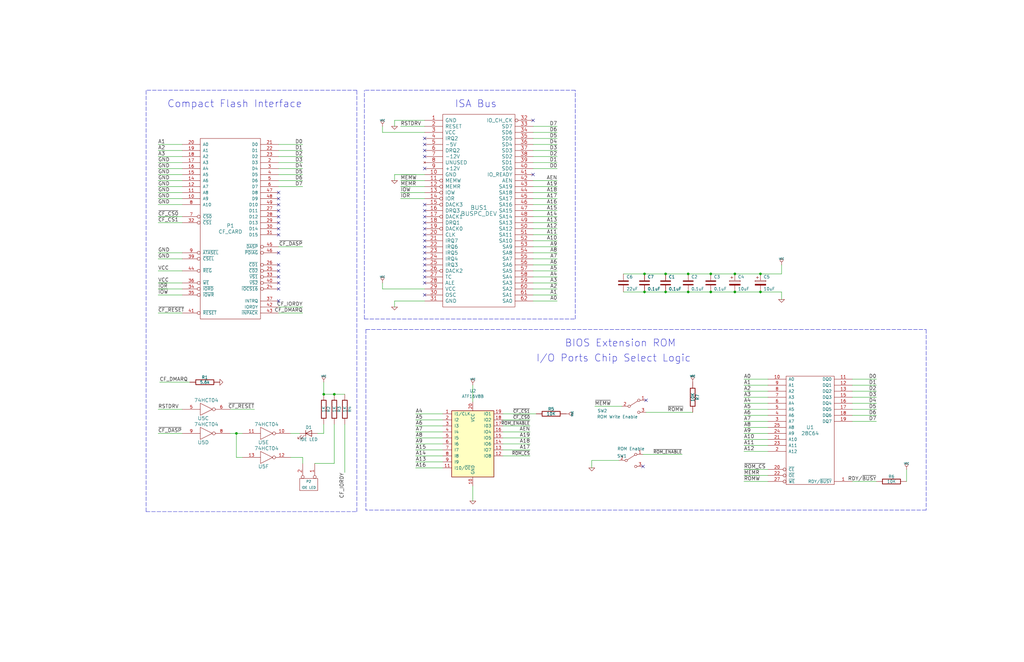
<source format=kicad_sch>
(kicad_sch (version 20211123) (generator eeschema)
  (paper "User" 431.8 279.4)
  (title_block (title "MicroXTCF ISA 8 bits (PCXT)") (date "2021-03-14") (rev "1.1") (company "Aitor Gómez García") (comment 2 "GNU Free Documentation License (GFDL)") (comment 3 "Based on https://github.com/monotech/monotech_xt-cf-mini") (comment 4 "Modified from Monotech-PC's design"))
  (lib_symbols
    (symbol "Micro-XTCF-rescue:28C64-xt-cf-rescue-xt-cf-mini-rescue" (pin_names (offset 1.016))
      (property "Reference" "U" (at 0 1.27 0))
      (property "Value" "28C64-xt-cf-rescue-xt-cf-mini-rescue" (at 0 -1.27 0))
      (symbol "28C64-xt-cf-rescue-xt-cf-mini-rescue_0_1"
        (rectangle (start 10.16 -22.86) (end -10.16 22.86))
      )
      (symbol "28C64-xt-cf-rescue-xt-cf-mini-rescue_1_1"
        (pin output line (at 17.78 -21.59 180) (length 7.62) (name "RDY/~{BUSY}") (number "1"))
        (pin input line (at -17.78 21.59 0) (length 7.62) (name "A0") (number "10"))
        (pin bidirectional line (at 17.78 21.59 180) (length 7.62) (name "DQ0") (number "11"))
        (pin bidirectional line (at 17.78 19.05 180) (length 7.62) (name "DQ1") (number "12"))
        (pin bidirectional line (at 17.78 16.51 180) (length 7.62) (name "DQ2") (number "13"))
        (pin power_in line (at 0 -22.86 90) (length 0) hide (name "GND") (number "14"))
        (pin bidirectional line (at 17.78 13.97 180) (length 7.62) (name "DQ3") (number "15"))
        (pin bidirectional line (at 17.78 11.43 180) (length 7.62) (name "DQ4") (number "16"))
        (pin bidirectional line (at 17.78 8.89 180) (length 7.62) (name "DQ5") (number "17"))
        (pin bidirectional line (at 17.78 6.35 180) (length 7.62) (name "DQ6") (number "18"))
        (pin bidirectional line (at 17.78 3.81 180) (length 7.62) (name "DQ7") (number "19"))
        (pin input line (at -17.78 -8.89 0) (length 7.62) (name "A12") (number "2"))
        (pin input inverted (at -17.78 -16.51 0) (length 7.62) (name "~{CE}") (number "20"))
        (pin input line (at -17.78 -3.81 0) (length 7.62) (name "A10") (number "21"))
        (pin input inverted (at -17.78 -19.05 0) (length 7.62) (name "~{OE}") (number "22"))
        (pin input line (at -17.78 -6.35 0) (length 7.62) (name "A11") (number "23"))
        (pin input line (at -17.78 -1.27 0) (length 7.62) (name "A9") (number "24"))
        (pin input line (at -17.78 1.27 0) (length 7.62) (name "A8") (number "25"))
        (pin no_connect line (at 10.16 -19.05 180) (length 0) hide (name "NC") (number "26"))
        (pin input inverted (at -17.78 -21.59 0) (length 7.62) (name "~{WE}") (number "27"))
        (pin power_in line (at 0 22.86 270) (length 0) hide (name "VCC") (number "28"))
        (pin input line (at -17.78 3.81 0) (length 7.62) (name "A7") (number "3"))
        (pin input line (at -17.78 6.35 0) (length 7.62) (name "A6") (number "4"))
        (pin input line (at -17.78 8.89 0) (length 7.62) (name "A5") (number "5"))
        (pin input line (at -17.78 11.43 0) (length 7.62) (name "A4") (number "6"))
        (pin input line (at -17.78 13.97 0) (length 7.62) (name "A3") (number "7"))
        (pin input line (at -17.78 16.51 0) (length 7.62) (name "A2") (number "8"))
        (pin input line (at -17.78 19.05 0) (length 7.62) (name "A1") (number "9"))
      )
    )
    (symbol "Micro-XTCF-rescue:74LS04-xt-cf-rescue-xt-cf-mini-rescue" (pin_names (offset 0.762))
      (property "Reference" "U" (at -1.27 -3.81 0))
      (property "Value" "74LS04-xt-cf-rescue-xt-cf-mini-rescue" (at 0 3.81 0))
      (symbol "74LS04-xt-cf-rescue-xt-cf-mini-rescue_0_0"
        (pin power_in line (at -2.54 2.54 90) (length 0) hide (name "VCC") (number "14"))
        (pin power_in line (at -2.54 -2.54 90) (length 0) hide (name "GND") (number "7"))
      )
      (symbol "74LS04-xt-cf-rescue-xt-cf-mini-rescue_0_1"
        (polyline (pts (xy -2.54 2.54) (xy -2.54 -2.54) (xy 2.54 0) (xy -2.54 2.54) (xy -2.54 2.54)))
      )
      (symbol "74LS04-xt-cf-rescue-xt-cf-mini-rescue_0_2"
        (polyline (pts (xy -2.54 -2.54) (xy -2.54 2.54) (xy 2.54 0) (xy -2.54 -2.54) (xy -2.54 -2.54)))
      )
      (symbol "74LS04-xt-cf-rescue-xt-cf-mini-rescue_1_1"
        (pin input line (at -10.16 0 0) (length 7.62) (name "~") (number "1"))
        (pin output inverted (at 10.16 0 180) (length 7.62) (name "~") (number "2"))
      )
      (symbol "74LS04-xt-cf-rescue-xt-cf-mini-rescue_1_2"
        (pin input inverted (at -10.16 0 0) (length 7.62) (name "~") (number "1"))
        (pin output line (at 10.16 0 180) (length 7.62) (name "~") (number "2"))
      )
      (symbol "74LS04-xt-cf-rescue-xt-cf-mini-rescue_2_1"
        (pin input line (at -10.16 0 0) (length 7.62) (name "~") (number "3"))
        (pin output inverted (at 10.16 0 180) (length 7.62) (name "~") (number "4"))
      )
      (symbol "74LS04-xt-cf-rescue-xt-cf-mini-rescue_2_2"
        (pin input inverted (at -10.16 0 0) (length 7.62) (name "~") (number "3"))
        (pin output line (at 10.16 0 180) (length 7.62) (name "~") (number "4"))
      )
      (symbol "74LS04-xt-cf-rescue-xt-cf-mini-rescue_3_1"
        (pin input line (at -10.16 0 0) (length 7.62) (name "~") (number "5"))
        (pin output inverted (at 10.16 0 180) (length 7.62) (name "~") (number "6"))
      )
      (symbol "74LS04-xt-cf-rescue-xt-cf-mini-rescue_3_2"
        (pin input inverted (at -10.16 0 0) (length 7.62) (name "~") (number "5"))
        (pin output line (at 10.16 0 180) (length 7.62) (name "~") (number "6"))
      )
      (symbol "74LS04-xt-cf-rescue-xt-cf-mini-rescue_4_1"
        (pin output inverted (at 10.16 0 180) (length 7.62) (name "~") (number "8"))
        (pin input line (at -10.16 0 0) (length 7.62) (name "~") (number "9"))
      )
      (symbol "74LS04-xt-cf-rescue-xt-cf-mini-rescue_4_2"
        (pin output line (at 10.16 0 180) (length 7.62) (name "~") (number "8"))
        (pin input inverted (at -10.16 0 0) (length 7.62) (name "~") (number "9"))
      )
      (symbol "74LS04-xt-cf-rescue-xt-cf-mini-rescue_5_1"
        (pin output inverted (at 10.16 0 180) (length 7.62) (name "~") (number "10"))
        (pin input line (at -10.16 0 0) (length 7.62) (name "~") (number "11"))
      )
      (symbol "74LS04-xt-cf-rescue-xt-cf-mini-rescue_5_2"
        (pin output line (at 10.16 0 180) (length 7.62) (name "~") (number "10"))
        (pin input inverted (at -10.16 0 0) (length 7.62) (name "~") (number "11"))
      )
      (symbol "74LS04-xt-cf-rescue-xt-cf-mini-rescue_6_1"
        (pin output inverted (at 10.16 0 180) (length 7.62) (name "~") (number "12"))
        (pin input line (at -10.16 0 0) (length 7.62) (name "~") (number "13"))
      )
      (symbol "74LS04-xt-cf-rescue-xt-cf-mini-rescue_6_2"
        (pin output line (at 10.16 0 180) (length 7.62) (name "~") (number "12"))
        (pin input inverted (at -10.16 0 0) (length 7.62) (name "~") (number "13"))
      )
    )
    (symbol "Micro-XTCF-rescue:BUSPC_DEV-xt-cf-rescue-xt-cf-mini-rescue" (pin_names (offset 1.016))
      (property "Reference" "BUS" (at 0 1.27 0))
      (property "Value" "BUSPC_DEV-xt-cf-rescue-xt-cf-mini-rescue" (at 0 -1.27 0))
      (symbol "BUSPC_DEV-xt-cf-rescue-xt-cf-mini-rescue_0_1"
        (rectangle (start -15.24 -40.64) (end 15.24 40.64))
      )
      (symbol "BUSPC_DEV-xt-cf-rescue-xt-cf-mini-rescue_1_1"
        (pin power_out line (at -22.86 38.1 0) (length 7.62) (name "GND") (number "1"))
        (pin power_in line (at -22.86 15.24 0) (length 7.62) (name "GND") (number "10"))
        (pin output inverted (at -22.86 12.7 0) (length 7.62) (name "MEMW") (number "11"))
        (pin output inverted (at -22.86 10.16 0) (length 7.62) (name "MEMR") (number "12"))
        (pin output inverted (at -22.86 7.62 0) (length 7.62) (name "IOW") (number "13"))
        (pin output inverted (at -22.86 5.08 0) (length 7.62) (name "IOR") (number "14"))
        (pin output inverted (at -22.86 2.54 0) (length 7.62) (name "DACK3") (number "15"))
        (pin input line (at -22.86 0 0) (length 7.62) (name "DRQ3") (number "16"))
        (pin output inverted (at -22.86 -2.54 0) (length 7.62) (name "DACK1") (number "17"))
        (pin input line (at -22.86 -5.08 0) (length 7.62) (name "DRQ1") (number "18"))
        (pin output inverted (at -22.86 -7.62 0) (length 7.62) (name "DACK0") (number "19"))
        (pin output line (at -22.86 35.56 0) (length 7.62) (name "RESET") (number "2"))
        (pin output line (at -22.86 -10.16 0) (length 7.62) (name "CLK") (number "20"))
        (pin input line (at -22.86 -12.7 0) (length 7.62) (name "IRQ7") (number "21"))
        (pin input line (at -22.86 -15.24 0) (length 7.62) (name "IRQ6") (number "22"))
        (pin input line (at -22.86 -17.78 0) (length 7.62) (name "IRQ5") (number "23"))
        (pin input line (at -22.86 -20.32 0) (length 7.62) (name "IRQ4") (number "24"))
        (pin input line (at -22.86 -22.86 0) (length 7.62) (name "IRQ3") (number "25"))
        (pin output inverted (at -22.86 -25.4 0) (length 7.62) (name "DACK2") (number "26"))
        (pin output line (at -22.86 -27.94 0) (length 7.62) (name "TC") (number "27"))
        (pin output line (at -22.86 -30.48 0) (length 7.62) (name "ALE") (number "28"))
        (pin power_in line (at -22.86 -33.02 0) (length 7.62) (name "VCC") (number "29"))
        (pin power_out line (at -22.86 33.02 0) (length 7.62) (name "VCC") (number "3"))
        (pin output line (at -22.86 -35.56 0) (length 7.62) (name "OSC") (number "30"))
        (pin power_in line (at -22.86 -38.1 0) (length 7.62) (name "GND") (number "31"))
        (pin input inverted (at 22.86 38.1 180) (length 7.62) (name "IO_CH_CK") (number "32"))
        (pin bidirectional line (at 22.86 35.56 180) (length 7.62) (name "SD7") (number "33"))
        (pin bidirectional line (at 22.86 33.02 180) (length 7.62) (name "SD6") (number "34"))
        (pin bidirectional line (at 22.86 30.48 180) (length 7.62) (name "SD5") (number "35"))
        (pin bidirectional line (at 22.86 27.94 180) (length 7.62) (name "SD4") (number "36"))
        (pin bidirectional line (at 22.86 25.4 180) (length 7.62) (name "SD3") (number "37"))
        (pin bidirectional line (at 22.86 22.86 180) (length 7.62) (name "SD2") (number "38"))
        (pin bidirectional line (at 22.86 20.32 180) (length 7.62) (name "SD1") (number "39"))
        (pin input line (at -22.86 30.48 0) (length 7.62) (name "IRQ2") (number "4"))
        (pin bidirectional line (at 22.86 17.78 180) (length 7.62) (name "SD0") (number "40"))
        (pin input line (at 22.86 15.24 180) (length 7.62) (name "IO_READY") (number "41"))
        (pin output line (at 22.86 12.7 180) (length 7.62) (name "AEN") (number "42"))
        (pin output line (at 22.86 10.16 180) (length 7.62) (name "SA19") (number "43"))
        (pin output line (at 22.86 7.62 180) (length 7.62) (name "SA18") (number "44"))
        (pin output line (at 22.86 5.08 180) (length 7.62) (name "SA17") (number "45"))
        (pin output line (at 22.86 2.54 180) (length 7.62) (name "SA16") (number "46"))
        (pin output line (at 22.86 0 180) (length 7.62) (name "SA15") (number "47"))
        (pin output line (at 22.86 -2.54 180) (length 7.62) (name "SA14") (number "48"))
        (pin output line (at 22.86 -5.08 180) (length 7.62) (name "SA13") (number "49"))
        (pin power_out line (at -22.86 27.94 0) (length 7.62) (name "-5V") (number "5"))
        (pin output line (at 22.86 -7.62 180) (length 7.62) (name "SA12") (number "50"))
        (pin output line (at 22.86 -10.16 180) (length 7.62) (name "SA11") (number "51"))
        (pin output line (at 22.86 -12.7 180) (length 7.62) (name "SA10") (number "52"))
        (pin output line (at 22.86 -15.24 180) (length 7.62) (name "SA9") (number "53"))
        (pin output line (at 22.86 -17.78 180) (length 7.62) (name "SA8") (number "54"))
        (pin output line (at 22.86 -20.32 180) (length 7.62) (name "SA7") (number "55"))
        (pin output line (at 22.86 -22.86 180) (length 7.62) (name "SA6") (number "56"))
        (pin output line (at 22.86 -25.4 180) (length 7.62) (name "SA5") (number "57"))
        (pin output line (at 22.86 -27.94 180) (length 7.62) (name "SA4") (number "58"))
        (pin output line (at 22.86 -30.48 180) (length 7.62) (name "SA3") (number "59"))
        (pin input line (at -22.86 25.4 0) (length 7.62) (name "DRQ2") (number "6"))
        (pin output line (at 22.86 -33.02 180) (length 7.62) (name "SA2") (number "60"))
        (pin output line (at 22.86 -35.56 180) (length 7.62) (name "SA1") (number "61"))
        (pin output line (at 22.86 -38.1 180) (length 7.62) (name "SA0") (number "62"))
        (pin power_out line (at -22.86 22.86 0) (length 7.62) (name "-12V") (number "7"))
        (pin no_connect line (at -22.86 20.32 0) (length 7.62) (name "UNUSED") (number "8"))
        (pin power_out line (at -22.86 17.78 0) (length 7.62) (name "+12V") (number "9"))
      )
    )
    (symbol "Micro-XTCF-rescue:C-Device-xt-cf-mini-rescue" (pin_numbers hide) (pin_names (offset 0.254))
      (property "Reference" "C" (at 0.635 2.54 0))
      (property "Value" "C-Device-xt-cf-mini-rescue" (at 0.635 -2.54 0))
      (symbol "C-Device-xt-cf-mini-rescue_0_1"
        (polyline (pts (xy -2.032 -0.762) (xy 2.032 -0.762)) (stroke (width 0.508)))
        (polyline (pts (xy -2.032 0.762) (xy 2.032 0.762)) (stroke (width 0.508)))
      )
      (symbol "C-Device-xt-cf-mini-rescue_1_1"
        (pin passive line (at 0 3.81 270) (length 2.794) (name "~") (number "1"))
        (pin passive line (at 0 -3.81 90) (length 2.794) (name "~") (number "2"))
      )
    )
    (symbol "Micro-XTCF-rescue:CF_CARD-xt-cf-rescue-xt-cf-mini-rescue" (pin_names (offset 1.016))
      (property "Reference" "P" (at 0 1.27 0))
      (property "Value" "CF_CARD-xt-cf-rescue-xt-cf-mini-rescue" (at 0 -1.27 0))
      (symbol "CF_CARD-xt-cf-rescue-xt-cf-mini-rescue_0_1"
        (rectangle (start -12.7 38.1) (end 12.7 -38.1))
      )
      (symbol "CF_CARD-xt-cf-rescue-xt-cf-mini-rescue_1_1"
        (pin power_in line (at -2.54 -38.1 90) (length 0) hide (name "GND") (number "1"))
        (pin input line (at -20.32 12.7 0) (length 7.62) (name "A9") (number "10"))
        (pin input line (at -20.32 15.24 0) (length 7.62) (name "A8") (number "11"))
        (pin input line (at -20.32 17.78 0) (length 7.62) (name "A7") (number "12"))
        (pin power_in line (at -2.54 38.1 270) (length 0) hide (name "VCC") (number "13"))
        (pin input line (at -20.32 20.32 0) (length 7.62) (name "A6") (number "14"))
        (pin input line (at -20.32 22.86 0) (length 7.62) (name "A5") (number "15"))
        (pin input line (at -20.32 25.4 0) (length 7.62) (name "A4") (number "16"))
        (pin input line (at -20.32 27.94 0) (length 7.62) (name "A3") (number "17"))
        (pin input line (at -20.32 30.48 0) (length 7.62) (name "A2") (number "18"))
        (pin input line (at -20.32 33.02 0) (length 7.62) (name "A1") (number "19"))
        (pin tri_state line (at 20.32 27.94 180) (length 7.62) (name "D3") (number "2"))
        (pin input line (at -20.32 35.56 0) (length 7.62) (name "A0") (number "20"))
        (pin tri_state line (at 20.32 35.56 180) (length 7.62) (name "D0") (number "21"))
        (pin tri_state line (at 20.32 33.02 180) (length 7.62) (name "D1") (number "22"))
        (pin tri_state line (at 20.32 30.48 180) (length 7.62) (name "D2") (number "23"))
        (pin output inverted (at 20.32 -25.4 180) (length 7.62) (name "~{IOCS16}") (number "24"))
        (pin output inverted (at 20.32 -17.78 180) (length 7.62) (name "~{CD2}") (number "25"))
        (pin output inverted (at 20.32 -15.24 180) (length 7.62) (name "~{CD1}") (number "26"))
        (pin tri_state line (at 20.32 7.62 180) (length 7.62) (name "D11") (number "27"))
        (pin tri_state line (at 20.32 5.08 180) (length 7.62) (name "D12") (number "28"))
        (pin tri_state line (at 20.32 2.54 180) (length 7.62) (name "D13") (number "29"))
        (pin tri_state line (at 20.32 25.4 180) (length 7.62) (name "D4") (number "3"))
        (pin tri_state line (at 20.32 0 180) (length 7.62) (name "D14") (number "30"))
        (pin tri_state line (at 20.32 -2.54 180) (length 7.62) (name "D15") (number "31"))
        (pin input inverted (at -20.32 2.54 0) (length 7.62) (name "~{CS1}") (number "32"))
        (pin output inverted (at 20.32 -20.32 180) (length 7.62) (name "~{VS1}") (number "33"))
        (pin input inverted (at -20.32 -25.4 0) (length 7.62) (name "~{IORD}") (number "34"))
        (pin input inverted (at -20.32 -27.94 0) (length 7.62) (name "~{IOWR}") (number "35"))
        (pin input inverted (at -20.32 -22.86 0) (length 7.62) (name "~{WE}") (number "36"))
        (pin output line (at 20.32 -30.48 180) (length 7.62) (name "INTRQ") (number "37"))
        (pin power_in line (at 2.54 38.1 270) (length 0) hide (name "VCC") (number "38"))
        (pin input inverted (at -20.32 -12.7 0) (length 7.62) (name "~{CSEL}") (number "39"))
        (pin tri_state line (at 20.32 22.86 180) (length 7.62) (name "D5") (number "4"))
        (pin output inverted (at 20.32 -22.86 180) (length 7.62) (name "~{VS2}") (number "40"))
        (pin input inverted (at -20.32 -35.56 0) (length 7.62) (name "~{RESET}") (number "41"))
        (pin output line (at 20.32 -33.02 180) (length 7.62) (name "IORDY") (number "42"))
        (pin output line (at 20.32 -35.56 180) (length 7.62) (name "~{INPACK}") (number "43"))
        (pin input inverted (at -20.32 -17.78 0) (length 7.62) (name "~{REG}") (number "44"))
        (pin output inverted (at 20.32 -7.62 180) (length 7.62) (name "~{DASP}") (number "45"))
        (pin output inverted (at 20.32 -10.16 180) (length 7.62) (name "~{PDIAG}") (number "46"))
        (pin tri_state line (at 20.32 15.24 180) (length 7.62) (name "D8") (number "47"))
        (pin tri_state line (at 20.32 12.7 180) (length 7.62) (name "D9") (number "48"))
        (pin tri_state line (at 20.32 10.16 180) (length 7.62) (name "D10") (number "49"))
        (pin tri_state line (at 20.32 20.32 180) (length 7.62) (name "D6") (number "5"))
        (pin power_in line (at 2.54 -38.1 90) (length 0) hide (name "GND") (number "50"))
        (pin tri_state line (at 20.32 17.78 180) (length 7.62) (name "D7") (number "6"))
        (pin input inverted (at -20.32 5.08 0) (length 7.62) (name "~{CS0}") (number "7"))
        (pin input line (at -20.32 10.16 0) (length 7.62) (name "A10") (number "8"))
        (pin input inverted (at -20.32 -10.16 0) (length 7.62) (name "~{ATASEL}") (number "9"))
      )
    )
    (symbol "Micro-XTCF-rescue:CONN_2-xt-cf-rescue-xt-cf-mini-rescue" (pin_names (offset 1.016) hide)
      (property "Reference" "P" (at -1.27 0 90))
      (property "Value" "CONN_2-xt-cf-rescue-xt-cf-mini-rescue" (at 1.27 0 90))
      (symbol "CONN_2-xt-cf-rescue-xt-cf-mini-rescue_0_1"
        (rectangle (start -2.54 3.81) (end 2.54 -3.81))
      )
      (symbol "CONN_2-xt-cf-rescue-xt-cf-mini-rescue_1_1"
        (pin passive inverted (at -8.89 2.54 0) (length 6.35) (name "P1") (number "1"))
        (pin passive inverted (at -8.89 -2.54 0) (length 6.35) (name "PM") (number "2"))
      )
    )
    (symbol "Micro-XTCF-rescue:CP-Device-xt-cf-mini-rescue" (pin_numbers hide) (pin_names (offset 0.254))
      (property "Reference" "C" (at 0.635 2.54 0))
      (property "Value" "CP-Device-xt-cf-mini-rescue" (at 0.635 -2.54 0))
      (symbol "CP-Device-xt-cf-mini-rescue_0_1"
        (rectangle (start -2.286 0.508) (end 2.286 1.016))
        (polyline (pts (xy -1.778 2.286) (xy -0.762 2.286)))
        (polyline (pts (xy -1.27 2.794) (xy -1.27 1.778)))
        (rectangle (start 2.286 -0.508) (end -2.286 -1.016) (fill (type outline)))
      )
      (symbol "CP-Device-xt-cf-mini-rescue_1_1"
        (pin passive line (at 0 3.81 270) (length 2.794) (name "~") (number "1"))
        (pin passive line (at 0 -3.81 90) (length 2.794) (name "~") (number "2"))
      )
    )
    (symbol "Micro-XTCF-rescue:GAL16V8-Logic_Programmable-xt-cf-mini-rescue" (pin_names (offset 1.016))
      (property "Reference" "U" (at -8.89 16.51 0))
      (property "Value" "GAL16V8-Logic_Programmable-xt-cf-mini-rescue" (at 1.27 16.51 0))
      (symbol "GAL16V8-Logic_Programmable-xt-cf-mini-rescue_0_0"
        (pin power_in line (at 0 -17.78 90) (length 3.81) (name "GND") (number "10"))
        (pin power_in line (at 0 17.78 270) (length 3.81) (name "VCC") (number "20"))
      )
      (symbol "GAL16V8-Logic_Programmable-xt-cf-mini-rescue_0_1"
        (rectangle (start -8.89 13.97) (end 8.89 -13.97) (stroke (width 0.254)) (fill (type background)))
      )
      (symbol "GAL16V8-Logic_Programmable-xt-cf-mini-rescue_1_1"
        (pin input line (at -12.7 12.7 0) (length 3.81) (name "I1/CLK") (number "1"))
        (pin input line (at -12.7 -10.16 0) (length 3.81) (name "I10/~{OE}") (number "11"))
        (pin tri_state line (at 12.7 -5.08 180) (length 3.81) (name "IO8") (number "12"))
        (pin tri_state line (at 12.7 -2.54 180) (length 3.81) (name "IO7") (number "13"))
        (pin tri_state line (at 12.7 0 180) (length 3.81) (name "IO6") (number "14"))
        (pin tri_state line (at 12.7 2.54 180) (length 3.81) (name "IO5") (number "15"))
        (pin tri_state line (at 12.7 5.08 180) (length 3.81) (name "IO4") (number "16"))
        (pin tri_state line (at 12.7 7.62 180) (length 3.81) (name "I03") (number "17"))
        (pin tri_state line (at 12.7 10.16 180) (length 3.81) (name "IO2") (number "18"))
        (pin tri_state line (at 12.7 12.7 180) (length 3.81) (name "IO1") (number "19"))
        (pin input line (at -12.7 10.16 0) (length 3.81) (name "I2") (number "2"))
        (pin input line (at -12.7 7.62 0) (length 3.81) (name "I3") (number "3"))
        (pin input line (at -12.7 5.08 0) (length 3.81) (name "I4") (number "4"))
        (pin input line (at -12.7 2.54 0) (length 3.81) (name "I5") (number "5"))
        (pin input line (at -12.7 0 0) (length 3.81) (name "I6") (number "6"))
        (pin input line (at -12.7 -2.54 0) (length 3.81) (name "I7") (number "7"))
        (pin input line (at -12.7 -5.08 0) (length 3.81) (name "I8") (number "8"))
        (pin input line (at -12.7 -7.62 0) (length 3.81) (name "I9") (number "9"))
      )
    )
    (symbol "Micro-XTCF-rescue:GND-xt-cf-rescue-xt-cf-mini-rescue" (power) (pin_names (offset 0))
      (symbol "GND-xt-cf-rescue-xt-cf-mini-rescue_0_1"
        (polyline (pts (xy -1.27 0) (xy 0 -1.27) (xy 1.27 0) (xy -1.27 0)))
      )
      (symbol "GND-xt-cf-rescue-xt-cf-mini-rescue_1_1"
        (pin power_in line (at 0 0 90) (length 0) hide (name "GND") (number "1"))
      )
    )
    (symbol "Micro-XTCF-rescue:LED-Device-xt-cf-mini-rescue" (pin_numbers hide) (pin_names (offset 1.016) hide)
      (property "Reference" "D" (at 0 2.54 0))
      (property "Value" "LED-Device-xt-cf-mini-rescue" (at 0 -2.54 0))
      (symbol "LED-Device-xt-cf-mini-rescue_0_1"
        (polyline (pts (xy -1.27 -1.27) (xy -1.27 1.27)) (stroke (width 0.2032)))
        (polyline (pts (xy -1.27 0) (xy 1.27 0)))
        (polyline (pts (xy 1.27 -1.27) (xy 1.27 1.27) (xy -1.27 0) (xy 1.27 -1.27)) (stroke (width 0.2032)))
        (polyline (pts (xy -3.048 -0.762) (xy -4.572 -2.286) (xy -3.81 -2.286) (xy -4.572 -2.286) (xy -4.572 -1.524)))
        (polyline (pts (xy -1.778 -0.762) (xy -3.302 -2.286) (xy -2.54 -2.286) (xy -3.302 -2.286) (xy -3.302 -1.524)))
      )
      (symbol "LED-Device-xt-cf-mini-rescue_1_1"
        (pin passive line (at -3.81 0 0) (length 2.54) (name "K") (number "1"))
        (pin passive line (at 3.81 0 180) (length 2.54) (name "A") (number "2"))
      )
    )
    (symbol "Micro-XTCF-rescue:R-xt-cf-rescue-xt-cf-mini-rescue" (pin_numbers hide) (pin_names (offset 0))
      (property "Reference" "R" (at 2.032 0 90))
      (property "Value" "R-xt-cf-rescue-xt-cf-mini-rescue" (at 0 0 90))
      (symbol "R-xt-cf-rescue-xt-cf-mini-rescue_0_1"
        (rectangle (start -1.016 3.81) (end 1.016 -3.81) (stroke (width 0.3048)))
      )
      (symbol "R-xt-cf-rescue-xt-cf-mini-rescue_1_1"
        (pin passive line (at 0 6.35 270) (length 2.54) (name "~") (number "1"))
        (pin passive line (at 0 -6.35 90) (length 2.54) (name "~") (number "2"))
      )
    )
    (symbol "Micro-XTCF-rescue:SW_SPDT-Switch-xt-cf-mini-rescue" (pin_names (offset 0) hide)
      (property "Reference" "SW" (at 0 4.318 0))
      (property "Value" "SW_SPDT-Switch-xt-cf-mini-rescue" (at 0 -5.08 0))
      (symbol "SW_SPDT-Switch-xt-cf-mini-rescue_0_0"
        (circle (center -2.032 0) (radius 0.508))
        (circle (center 2.032 -2.54) (radius 0.508))
      )
      (symbol "SW_SPDT-Switch-xt-cf-mini-rescue_0_1"
        (polyline (pts (xy -1.524 0.254) (xy 1.651 2.286)))
        (circle (center 2.032 2.54) (radius 0.508))
      )
      (symbol "SW_SPDT-Switch-xt-cf-mini-rescue_1_1"
        (pin passive line (at 5.08 2.54 180) (length 2.54) (name "A") (number "1"))
        (pin passive line (at -5.08 0 0) (length 2.54) (name "B") (number "2"))
        (pin passive line (at 5.08 -2.54 180) (length 2.54) (name "C") (number "3"))
      )
    )
    (symbol "Micro-XTCF-rescue:VCC-power-xt-cf-mini-rescue" (power) (pin_names (offset 0))
      (property "Value" "VCC-power-xt-cf-mini-rescue" (at 0 3.81 0))
      (symbol "VCC-power-xt-cf-mini-rescue_0_1"
        (polyline (pts (xy 0 0) (xy 0 1.27)))
        (circle (center 0 1.905) (radius 0.635))
      )
      (symbol "VCC-power-xt-cf-mini-rescue_1_1"
        (pin power_in line (at 0 0 90) (length 0) hide (name "VCC") (number "1"))
      )
    )
  )
  (junction (at 280.67 123.19))
  (junction (at 271.78 115.57))
  (junction (at 290.195 123.19))
  (junction (at 99.695 182.88))
  (junction (at 309.88 115.57))
  (junction (at 271.78 123.19))
  (junction (at 280.67 115.57))
  (junction (at 299.72 115.57))
  (junction (at 290.195 115.57))
  (junction (at 299.72 123.19))
  (junction (at 320.675 123.19))
  (junction (at 309.88 123.19))
  (junction (at 320.675 115.57))
  (junction (at 140.97 166.37))
  (junction (at 136.525 166.37))
  (no_connect (at 179.07 66.04))
  (no_connect (at 179.07 58.42))
  (no_connect (at 179.07 119.38))
  (no_connect (at 117.475 81.28))
  (no_connect (at 179.07 106.68))
  (no_connect (at 179.07 109.22))
  (no_connect (at 179.07 101.6))
  (no_connect (at 179.07 96.52))
  (no_connect (at 117.475 111.76))
  (no_connect (at 117.475 86.36))
  (no_connect (at 224.79 50.8))
  (no_connect (at 117.475 96.52))
  (no_connect (at 179.07 104.14))
  (no_connect (at 272.415 168.91))
  (no_connect (at 179.07 124.46))
  (no_connect (at 117.475 99.06))
  (no_connect (at 117.475 93.98))
  (no_connect (at 117.475 127))
  (no_connect (at 117.475 121.92))
  (no_connect (at 179.07 116.84))
  (no_connect (at 117.475 114.3))
  (no_connect (at 179.07 71.12))
  (no_connect (at 271.145 196.85))
  (no_connect (at 117.475 88.9))
  (no_connect (at 117.475 106.68))
  (no_connect (at 117.475 83.82))
  (no_connect (at 179.07 91.44))
  (no_connect (at 179.07 114.3))
  (no_connect (at 179.07 111.76))
  (no_connect (at 179.07 63.5))
  (no_connect (at 179.07 93.98))
  (no_connect (at 179.07 60.96))
  (no_connect (at 117.475 91.44))
  (no_connect (at 179.07 86.36))
  (no_connect (at 117.475 116.84))
  (no_connect (at 224.79 73.66))
  (no_connect (at 179.07 99.06))
  (no_connect (at 117.475 119.38))
  (no_connect (at 179.07 88.9))
  (wire (pts (xy 224.79 83.82) (xy 234.95 83.82)))
  (wire (pts (xy 359.41 203.2) (xy 369.57 203.2)))
  (wire (pts (xy 224.79 66.04) (xy 234.95 66.04)))
  (wire (pts (xy 323.85 200.66) (xy 313.69 200.66)))
  (wire (pts (xy 224.79 119.38) (xy 234.95 119.38)))
  (wire (pts (xy 76.835 114.3) (xy 66.675 114.3)))
  (wire (pts (xy 323.85 203.2) (xy 313.69 203.2)))
  (wire (pts (xy 224.79 86.36) (xy 234.95 86.36)))
  (wire (pts (xy 359.41 177.8) (xy 369.57 177.8)))
  (wire (pts (xy 323.85 165.1) (xy 313.69 165.1)))
  (wire (pts (xy 224.79 78.74) (xy 234.95 78.74)))
  (wire (pts (xy 290.195 123.19) (xy 299.72 123.19)))
  (wire (pts (xy 76.835 91.44) (xy 66.675 91.44)))
  (wire (pts (xy 127.635 193.04) (xy 122.555 193.04)))
  (wire (pts (xy 323.85 170.18) (xy 313.69 170.18)))
  (wire (pts (xy 186.69 194.945) (xy 175.26 194.945)))
  (wire (pts (xy 161.29 119.38) (xy 161.29 121.92)))
  (wire (pts (xy 122.555 182.88) (xy 126.365 182.88)))
  (wire (pts (xy 359.41 172.72) (xy 369.57 172.72)))
  (wire (pts (xy 224.79 81.28) (xy 234.95 81.28)))
  (polyline (pts (xy 154.305 139.065) (xy 154.305 215.265)))
  (wire (pts (xy 161.29 121.92) (xy 179.07 121.92)))
  (wire (pts (xy 212.09 179.705) (xy 223.52 179.705)))
  (wire (pts (xy 76.835 121.92) (xy 66.675 121.92)))
  (wire (pts (xy 186.69 177.165) (xy 175.26 177.165)))
  (wire (pts (xy 309.88 123.19) (xy 320.675 123.19)))
  (wire (pts (xy 66.675 182.88) (xy 76.835 182.88)))
  (wire (pts (xy 224.79 88.9) (xy 234.95 88.9)))
  (wire (pts (xy 80.01 161.29) (xy 67.31 161.29)))
  (wire (pts (xy 280.67 123.19) (xy 290.195 123.19)))
  (wire (pts (xy 212.09 184.785) (xy 223.52 184.785)))
  (wire (pts (xy 224.79 99.06) (xy 234.95 99.06)))
  (wire (pts (xy 212.09 192.405) (xy 223.52 192.405)))
  (wire (pts (xy 359.41 160.02) (xy 369.57 160.02)))
  (wire (pts (xy 186.69 174.625) (xy 175.26 174.625)))
  (wire (pts (xy 262.255 171.45) (xy 250.825 171.45)))
  (wire (pts (xy 117.475 63.5) (xy 127.635 63.5)))
  (wire (pts (xy 320.675 115.57) (xy 329.565 115.57)))
  (wire (pts (xy 76.835 76.2) (xy 66.675 76.2)))
  (wire (pts (xy 271.78 123.19) (xy 280.67 123.19)))
  (wire (pts (xy 224.79 121.92) (xy 234.95 121.92)))
  (wire (pts (xy 76.835 60.96) (xy 66.675 60.96)))
  (wire (pts (xy 224.79 104.14) (xy 234.95 104.14)))
  (wire (pts (xy 117.475 129.54) (xy 127.635 129.54)))
  (wire (pts (xy 224.79 96.52) (xy 234.95 96.52)))
  (wire (pts (xy 140.97 166.37) (xy 145.415 166.37)))
  (polyline (pts (xy 150.495 215.9) (xy 150.495 38.1)))
  (wire (pts (xy 290.195 115.57) (xy 299.72 115.57)))
  (wire (pts (xy 272.415 173.99) (xy 292.1 173.99)))
  (wire (pts (xy 359.41 175.26) (xy 369.57 175.26)))
  (wire (pts (xy 117.475 60.96) (xy 127.635 60.96)))
  (wire (pts (xy 199.39 169.545) (xy 199.39 162.56)))
  (wire (pts (xy 127.635 195.58) (xy 127.635 193.04)))
  (wire (pts (xy 199.39 205.105) (xy 199.39 211.455)))
  (wire (pts (xy 186.69 184.785) (xy 175.26 184.785)))
  (wire (pts (xy 329.565 123.19) (xy 329.565 126.365)))
  (wire (pts (xy 224.79 60.96) (xy 234.95 60.96)))
  (wire (pts (xy 280.67 115.57) (xy 290.195 115.57)))
  (wire (pts (xy 323.85 172.72) (xy 313.69 172.72)))
  (wire (pts (xy 76.835 124.46) (xy 66.675 124.46)))
  (wire (pts (xy 76.835 86.36) (xy 66.675 86.36)))
  (wire (pts (xy 212.09 187.325) (xy 223.52 187.325)))
  (wire (pts (xy 76.835 78.74) (xy 66.675 78.74)))
  (wire (pts (xy 299.72 115.57) (xy 309.88 115.57)))
  (wire (pts (xy 186.69 187.325) (xy 175.26 187.325)))
  (wire (pts (xy 179.07 78.74) (xy 168.91 78.74)))
  (wire (pts (xy 320.675 123.19) (xy 329.565 123.19)))
  (polyline (pts (xy 153.67 134.62) (xy 153.67 38.1)))
  (wire (pts (xy 117.475 132.08) (xy 127.635 132.08)))
  (wire (pts (xy 76.835 93.98) (xy 66.675 93.98)))
  (polyline (pts (xy 61.595 215.9) (xy 150.495 215.9)))
  (wire (pts (xy 166.37 127) (xy 166.37 129.54)))
  (wire (pts (xy 186.69 182.245) (xy 175.26 182.245)))
  (wire (pts (xy 323.85 190.5) (xy 313.69 190.5)))
  (wire (pts (xy 224.79 63.5) (xy 234.95 63.5)))
  (wire (pts (xy 262.89 123.19) (xy 271.78 123.19)))
  (wire (pts (xy 117.475 76.2) (xy 127.635 76.2)))
  (polyline (pts (xy 242.57 38.1) (xy 153.67 38.1)))
  (wire (pts (xy 234.95 76.2) (xy 224.79 76.2)))
  (wire (pts (xy 76.835 83.82) (xy 66.675 83.82)))
  (wire (pts (xy 224.79 71.12) (xy 234.95 71.12)))
  (wire (pts (xy 224.79 111.76) (xy 234.95 111.76)))
  (wire (pts (xy 179.07 81.28) (xy 168.91 81.28)))
  (wire (pts (xy 140.97 166.37) (xy 136.525 166.37)))
  (wire (pts (xy 102.235 182.88) (xy 99.695 182.88)))
  (wire (pts (xy 136.525 179.07) (xy 136.525 182.88)))
  (wire (pts (xy 117.475 104.14) (xy 127.635 104.14)))
  (wire (pts (xy 299.72 123.19) (xy 309.88 123.19)))
  (wire (pts (xy 323.85 177.8) (xy 313.69 177.8)))
  (wire (pts (xy 117.475 73.66) (xy 127.635 73.66)))
  (wire (pts (xy 133.985 182.88) (xy 136.525 182.88)))
  (wire (pts (xy 117.475 66.04) (xy 127.635 66.04)))
  (wire (pts (xy 186.69 197.485) (xy 175.26 197.485)))
  (wire (pts (xy 76.835 66.04) (xy 66.675 66.04)))
  (wire (pts (xy 323.85 167.64) (xy 313.69 167.64)))
  (wire (pts (xy 117.475 71.12) (xy 127.635 71.12)))
  (wire (pts (xy 179.07 76.2) (xy 168.91 76.2)))
  (wire (pts (xy 166.37 50.8) (xy 166.37 53.34)))
  (wire (pts (xy 179.07 83.82) (xy 168.91 83.82)))
  (polyline (pts (xy 390.525 215.265) (xy 154.305 215.265)))
  (wire (pts (xy 212.09 177.165) (xy 223.52 177.165)))
  (wire (pts (xy 117.475 78.74) (xy 127.635 78.74)))
  (wire (pts (xy 212.09 174.625) (xy 226.06 174.625)))
  (wire (pts (xy 359.41 165.1) (xy 369.57 165.1)))
  (wire (pts (xy 224.79 116.84) (xy 234.95 116.84)))
  (wire (pts (xy 323.85 198.12) (xy 313.69 198.12)))
  (wire (pts (xy 179.07 53.34) (xy 168.91 53.34)))
  (wire (pts (xy 249.555 197.485) (xy 249.555 194.31)))
  (wire (pts (xy 323.85 162.56) (xy 313.69 162.56)))
  (wire (pts (xy 224.79 101.6) (xy 234.95 101.6)))
  (wire (pts (xy 323.85 185.42) (xy 313.69 185.42)))
  (wire (pts (xy 66.675 132.08) (xy 76.835 132.08)))
  (wire (pts (xy 212.09 182.245) (xy 223.52 182.245)))
  (wire (pts (xy 99.695 182.88) (xy 99.695 193.04)))
  (wire (pts (xy 359.41 170.18) (xy 369.57 170.18)))
  (wire (pts (xy 224.79 58.42) (xy 234.95 58.42)))
  (polyline (pts (xy 154.305 139.065) (xy 390.525 139.065)))
  (wire (pts (xy 97.155 172.72) (xy 107.315 172.72)))
  (wire (pts (xy 224.79 93.98) (xy 234.95 93.98)))
  (wire (pts (xy 382.27 203.2) (xy 382.27 198.12)))
  (wire (pts (xy 186.69 179.705) (xy 175.26 179.705)))
  (wire (pts (xy 262.89 115.57) (xy 271.78 115.57)))
  (wire (pts (xy 224.79 55.88) (xy 234.95 55.88)))
  (polyline (pts (xy 153.67 134.62) (xy 242.57 134.62)))
  (wire (pts (xy 224.79 68.58) (xy 234.95 68.58)))
  (wire (pts (xy 224.79 124.46) (xy 234.95 124.46)))
  (wire (pts (xy 179.07 127) (xy 166.37 127)))
  (wire (pts (xy 224.79 127) (xy 234.95 127)))
  (wire (pts (xy 323.85 182.88) (xy 313.69 182.88)))
  (polyline (pts (xy 390.525 139.065) (xy 390.525 215.265)))
  (wire (pts (xy 140.97 195.58) (xy 140.97 179.07)))
  (wire (pts (xy 76.835 81.28) (xy 66.675 81.28)))
  (wire (pts (xy 76.835 106.68) (xy 66.675 106.68)))
  (wire (pts (xy 76.835 68.58) (xy 66.675 68.58)))
  (wire (pts (xy 117.475 68.58) (xy 127.635 68.58)))
  (wire (pts (xy 99.695 193.04) (xy 102.235 193.04)))
  (wire (pts (xy 212.09 189.865) (xy 223.52 189.865)))
  (wire (pts (xy 224.79 114.3) (xy 234.95 114.3)))
  (wire (pts (xy 99.695 182.88) (xy 97.155 182.88)))
  (wire (pts (xy 186.69 189.865) (xy 175.26 189.865)))
  (wire (pts (xy 271.78 115.57) (xy 280.67 115.57)))
  (polyline (pts (xy 61.595 215.9) (xy 61.595 38.1)))
  (wire (pts (xy 329.565 115.57) (xy 329.565 111.76)))
  (wire (pts (xy 186.69 192.405) (xy 175.26 192.405)))
  (wire (pts (xy 224.79 91.44) (xy 234.95 91.44)))
  (wire (pts (xy 166.37 73.66) (xy 179.07 73.66)))
  (wire (pts (xy 76.835 172.72) (xy 66.675 172.72)))
  (wire (pts (xy 260.985 194.31) (xy 249.555 194.31)))
  (wire (pts (xy 359.41 167.64) (xy 369.57 167.64)))
  (wire (pts (xy 145.415 179.07) (xy 145.415 199.39)))
  (wire (pts (xy 224.79 109.22) (xy 234.95 109.22)))
  (wire (pts (xy 359.41 162.56) (xy 369.57 162.56)))
  (wire (pts (xy 309.88 115.57) (xy 320.675 115.57)))
  (wire (pts (xy 76.835 119.38) (xy 66.675 119.38)))
  (wire (pts (xy 323.85 175.26) (xy 313.69 175.26)))
  (wire (pts (xy 224.79 53.34) (xy 234.95 53.34)))
  (wire (pts (xy 224.79 106.68) (xy 234.95 106.68)))
  (wire (pts (xy 132.715 195.58) (xy 140.97 195.58)))
  (wire (pts (xy 161.29 55.88) (xy 179.07 55.88)))
  (wire (pts (xy 76.835 73.66) (xy 66.675 73.66)))
  (polyline (pts (xy 242.57 134.62) (xy 242.57 38.1)))
  (wire (pts (xy 323.85 160.02) (xy 313.69 160.02)))
  (wire (pts (xy 76.835 109.22) (xy 66.675 109.22)))
  (wire (pts (xy 271.145 191.77) (xy 287.655 191.77)))
  (wire (pts (xy 179.07 50.8) (xy 166.37 50.8)))
  (wire (pts (xy 161.29 53.34) (xy 161.29 55.88)))
  (wire (pts (xy 76.835 63.5) (xy 66.675 63.5)))
  (wire (pts (xy 323.85 180.34) (xy 313.69 180.34)))
  (wire (pts (xy 323.85 187.96) (xy 313.69 187.96)))
  (wire (pts (xy 76.835 71.12) (xy 66.675 71.12)))
  (wire (pts (xy 166.37 76.2) (xy 166.37 73.66)))
  (polyline (pts (xy 150.495 38.1) (xy 61.595 38.1)))
  (wire (pts (xy 136.525 161.29) (xy 136.525 166.37)))
  (text "I/O Ports Chip Select Logic" (at 226.06 153.035 0) (effects (font (size 3.048 3.048)) (justify left bottom)))
  (text "ISA Bus" (at 191.77 45.72 0) (effects (font (size 3.048 3.048)) (justify left bottom)))
  (text "BIOS Extension ROM" (at 238.125 146.685 0) (effects (font (size 3.048 3.048)) (justify left bottom)))
  (text "Compact Flash Interface" (at 70.485 45.72 0) (effects (font (size 3.048 3.048)) (justify left bottom)))
  (label "A19" (at 234.95 78.74 180) (effects (font (size 1.524 1.524))))
  (label "D3" (at 234.95 63.5 180) (effects (font (size 1.524 1.524))))
  (label "~{CF_CS1}" (at 66.675 93.98 0) (effects (font (size 1.524 1.524))))
  (label "D1" (at 234.95 68.58 180) (effects (font (size 1.524 1.524))))
  (label "A4" (at 175.26 174.625 0) (effects (font (size 1.524 1.524))))
  (label "GND" (at 66.675 68.58 0) (effects (font (size 1.524 1.524))))
  (label "A11" (at 234.95 99.06 180) (effects (font (size 1.524 1.524))))
  (label "A17" (at 234.95 83.82 180) (effects (font (size 1.524 1.524))))
  (label "D7" (at 127.635 78.74 180) (effects (font (size 1.524 1.524))))
  (label "~{IOR}" (at 168.91 83.82 0) (effects (font (size 1.524 1.524))))
  (label "GND" (at 66.675 73.66 0) (effects (font (size 1.524 1.524))))
  (label "A18" (at 234.95 81.28 180) (effects (font (size 1.524 1.524))))
  (label "~{MEMR}" (at 313.69 200.66 0) (effects (font (size 1.524 1.524))))
  (label "A8" (at 234.95 106.68 180) (effects (font (size 1.524 1.524))))
  (label "VCC" (at 66.675 114.3 0) (effects (font (size 1.524 1.524))))
  (label "~{CF_RESET}" (at 66.675 132.08 0) (effects (font (size 1.524 1.524))))
  (label "A1" (at 313.69 162.56 0) (effects (font (size 1.524 1.524))))
  (label "~{ROM_ENABLE}" (at 287.655 191.77 180))
  (label "A0" (at 313.69 160.02 0) (effects (font (size 1.524 1.524))))
  (label "A3" (at 66.675 66.04 0) (effects (font (size 1.524 1.524))))
  (label "A17" (at 223.52 189.865 180) (effects (font (size 1.524 1.524))))
  (label "~{IOW}" (at 168.91 81.28 0) (effects (font (size 1.524 1.524))))
  (label "~{ROM_CS}" (at 313.69 198.12 0) (effects (font (size 1.524 1.524))))
  (label "~{CF_RESET}" (at 107.315 172.72 180) (effects (font (size 1.524 1.524))))
  (label "~{MEMW}" (at 168.91 76.2 0) (effects (font (size 1.524 1.524))))
  (label "A14" (at 175.26 192.405 0) (effects (font (size 1.524 1.524))))
  (label "GND" (at 66.675 71.12 0) (effects (font (size 1.524 1.524))))
  (label "A1" (at 66.675 60.96 0) (effects (font (size 1.524 1.524))))
  (label "D2" (at 127.635 66.04 180) (effects (font (size 1.524 1.524))))
  (label "D7" (at 369.57 177.8 180) (effects (font (size 1.524 1.524))))
  (label "A6" (at 234.95 111.76 180) (effects (font (size 1.524 1.524))))
  (label "A16" (at 234.95 86.36 180) (effects (font (size 1.524 1.524))))
  (label "CF_DMARQ" (at 67.31 161.29 0) (effects (font (size 1.524 1.524))))
  (label "~{ROM_ENABLE}" (at 223.52 179.705 180))
  (label "AEN" (at 223.52 182.245 180) (effects (font (size 1.524 1.524))))
  (label "GND" (at 66.675 109.22 0) (effects (font (size 1.524 1.524))))
  (label "VCC" (at 66.675 119.38 0) (effects (font (size 1.524 1.524))))
  (label "GND" (at 66.675 86.36 0) (effects (font (size 1.524 1.524))))
  (label "D5" (at 234.95 58.42 180) (effects (font (size 1.524 1.524))))
  (label "A0" (at 234.95 127 180) (effects (font (size 1.524 1.524))))
  (label "A13" (at 234.95 93.98 180) (effects (font (size 1.524 1.524))))
  (label "D2" (at 234.95 66.04 180) (effects (font (size 1.524 1.524))))
  (label "~{CF_DASP}" (at 127.635 104.14 180) (effects (font (size 1.524 1.524))))
  (label "A13" (at 175.26 194.945 0) (effects (font (size 1.524 1.524))))
  (label "~{MEMR}" (at 168.91 78.74 0) (effects (font (size 1.524 1.524))))
  (label "D5" (at 369.57 172.72 180) (effects (font (size 1.524 1.524))))
  (label "A19" (at 223.52 184.785 180) (effects (font (size 1.524 1.524))))
  (label "~{IOR}" (at 66.675 121.92 0) (effects (font (size 1.524 1.524))))
  (label "D0" (at 127.635 60.96 180) (effects (font (size 1.524 1.524))))
  (label "GND" (at 66.675 78.74 0) (effects (font (size 1.524 1.524))))
  (label "GND" (at 66.675 76.2 0) (effects (font (size 1.524 1.524))))
  (label "A6" (at 313.69 175.26 0) (effects (font (size 1.524 1.524))))
  (label "A9" (at 175.26 187.325 0) (effects (font (size 1.524 1.524))))
  (label "A12" (at 313.69 190.5 0) (effects (font (size 1.524 1.524))))
  (label "A6" (at 175.26 179.705 0) (effects (font (size 1.524 1.524))))
  (label "A12" (at 234.95 96.52 180) (effects (font (size 1.524 1.524))))
  (label "A15" (at 175.26 189.865 0) (effects (font (size 1.524 1.524))))
  (label "D1" (at 127.635 63.5 180) (effects (font (size 1.524 1.524))))
  (label "~{ROMW}" (at 313.69 203.2 0) (effects (font (size 1.524 1.524))))
  (label "D3" (at 127.635 68.58 180) (effects (font (size 1.524 1.524))))
  (label "~{MEMW}" (at 250.825 171.45 0) (effects (font (size 1.524 1.524))))
  (label "A9" (at 234.95 104.14 180) (effects (font (size 1.524 1.524))))
  (label "A7" (at 313.69 177.8 0) (effects (font (size 1.524 1.524))))
  (label "A7" (at 175.26 182.245 0) (effects (font (size 1.524 1.524))))
  (label "A5" (at 313.69 172.72 0) (effects (font (size 1.524 1.524))))
  (label "A2" (at 313.69 165.1 0) (effects (font (size 1.524 1.524))))
  (label "D1" (at 369.57 162.56 180) (effects (font (size 1.524 1.524))))
  (label "~{ROM_CS}" (at 223.52 192.405 180))
  (label "A10" (at 313.69 185.42 0) (effects (font (size 1.524 1.524))))
  (label "A2" (at 66.675 63.5 0) (effects (font (size 1.524 1.524))))
  (label "~{ROMW}" (at 288.29 173.99 180) (effects (font (size 1.524 1.524))))
  (label "D2" (at 369.57 165.1 180) (effects (font (size 1.524 1.524))))
  (label "D4" (at 127.635 71.12 180) (effects (font (size 1.524 1.524))))
  (label "~{CF_CS0}" (at 66.675 91.44 0) (effects (font (size 1.524 1.524))))
  (label "~{IOW}" (at 66.675 124.46 0) (effects (font (size 1.524 1.524))))
  (label "GND" (at 66.675 83.82 0) (effects (font (size 1.524 1.524))))
  (label "A8" (at 313.69 180.34 0) (effects (font (size 1.524 1.524))))
  (label "D5" (at 127.635 73.66 180) (effects (font (size 1.524 1.524))))
  (label "A10" (at 234.95 101.6 180) (effects (font (size 1.524 1.524))))
  (label "A9" (at 313.69 182.88 0) (effects (font (size 1.524 1.524))))
  (label "A4" (at 313.69 170.18 0) (effects (font (size 1.524 1.524))))
  (label "D7" (at 234.95 53.34 180) (effects (font (size 1.524 1.524))))
  (label "CF_DMARQ" (at 127.635 132.08 180) (effects (font (size 1.524 1.524))))
  (label "D0" (at 369.57 160.02 180) (effects (font (size 1.524 1.524))))
  (label "A18" (at 223.52 187.325 180) (effects (font (size 1.524 1.524))))
  (label "A7" (at 234.95 109.22 180) (effects (font (size 1.524 1.524))))
  (label "A14" (at 234.95 91.44 180) (effects (font (size 1.524 1.524))))
  (label "D6" (at 234.95 55.88 180) (effects (font (size 1.524 1.524))))
  (label "D3" (at 369.57 167.64 180) (effects (font (size 1.524 1.524))))
  (label "A15" (at 234.95 88.9 180) (effects (font (size 1.524 1.524))))
  (label "GND" (at 66.675 106.68 0) (effects (font (size 1.524 1.524))))
  (label "D0" (at 234.95 71.12 180) (effects (font (size 1.524 1.524))))
  (label "GND" (at 66.675 81.28 0) (effects (font (size 1.524 1.524))))
  (label "A5" (at 175.26 177.165 0) (effects (font (size 1.524 1.524))))
  (label "~{CF_CS1}" (at 223.52 174.625 180))
  (label "A5" (at 234.95 114.3 180) (effects (font (size 1.524 1.524))))
  (label "RSTDRV" (at 66.675 172.72 0) (effects (font (size 1.524 1.524))))
  (label "AEN" (at 234.95 76.2 180) (effects (font (size 1.524 1.524))))
  (label "A2" (at 234.95 121.92 180) (effects (font (size 1.524 1.524))))
  (label "A3" (at 313.69 167.64 0) (effects (font (size 1.524 1.524))))
  (label "RSTDRV" (at 168.91 53.34 0) (effects (font (size 1.524 1.524))))
  (label "A8" (at 175.26 184.785 0) (effects (font (size 1.524 1.524))))
  (label "CF_IORDY" (at 145.415 199.39 270) (effects (font (size 1.524 1.524))))
  (label "RDY/~{BUSY}" (at 369.57 203.2 180) (effects (font (size 1.524 1.524))))
  (label "D4" (at 369.57 170.18 180) (effects (font (size 1.524 1.524))))
  (label "D4" (at 234.95 60.96 180) (effects (font (size 1.524 1.524))))
  (label "A3" (at 234.95 119.38 180) (effects (font (size 1.524 1.524))))
  (label "A4" (at 234.95 116.84 180) (effects (font (size 1.524 1.524))))
  (label "A11" (at 313.69 187.96 0) (effects (font (size 1.524 1.524))))
  (label "A16" (at 175.26 197.485 0) (effects (font (size 1.524 1.524))))
  (label "CF_IORDY" (at 127.635 129.54 180) (effects (font (size 1.524 1.524))))
  (label "A1" (at 234.95 124.46 180) (effects (font (size 1.524 1.524))))
  (label "~{CF_DASP}" (at 66.675 182.88 0) (effects (font (size 1.524 1.524))))
  (label "D6" (at 369.57 175.26 180) (effects (font (size 1.524 1.524))))
  (label "~{CF_CS0}" (at 223.52 177.165 180))
  (label "D6" (at 127.635 76.2 180) (effects (font (size 1.524 1.524))))
  (symbol (lib_id "Micro-XTCF-rescue:VCC-power-xt-cf-mini-rescue") (at 161.29 53.34 0) (unit 1)
    (property "Reference" "#PWR018" (effects hide))
    (property "Value" "VCC" (at 161.29 50.8 0) (effects (font (size 0.762 0.762))))
  )
  (symbol (lib_id "Micro-XTCF-rescue:GND-xt-cf-rescue-xt-cf-mini-rescue") (at 166.37 53.34 0) (unit 1)
    (property "Reference" "#PWR017" (effects hide))
    (property "Value" "GND" (effects hide))
  )
  (symbol (lib_id "Micro-XTCF-rescue:GND-xt-cf-rescue-xt-cf-mini-rescue") (at 166.37 129.54 0) (unit 1)
    (property "Reference" "#PWR016" (effects hide))
    (property "Value" "GND" (effects hide))
  )
  (symbol (lib_id "Micro-XTCF-rescue:VCC-power-xt-cf-mini-rescue") (at 161.29 119.38 0) (unit 1)
    (property "Reference" "#PWR015" (effects hide))
    (property "Value" "VCC" (at 161.29 116.84 0) (effects (font (size 0.762 0.762))))
  )
  (symbol (lib_id "Micro-XTCF-rescue:GND-xt-cf-rescue-xt-cf-mini-rescue") (at 166.37 76.2 0) (unit 1)
    (property "Reference" "#PWR014" (effects hide))
    (property "Value" "GND" (effects hide))
  )
  (symbol (lib_id "Micro-XTCF-rescue:BUSPC_DEV-xt-cf-rescue-xt-cf-mini-rescue") (at 201.93 88.9 0) (unit 1)
    (property "Reference" "BUS1" (at 201.93 87.63 0) (effects (font (size 1.778 1.778))))
    (property "Value" "BUSPC_DEV" (at 201.93 90.17 0) (effects (font (size 1.778 1.778))))
    (property "Footprint" "Custom:ISA-8BIT-XT-CF" (effects hide))
  )
  (symbol (lib_id "Micro-XTCF-rescue:28C64-xt-cf-rescue-xt-cf-mini-rescue") (at 341.63 181.61 0) (unit 1)
    (property "Reference" "U1" (at 341.63 180.34 0) (effects (font (size 1.524 1.524))))
    (property "Value" "28C64" (at 341.63 182.88 0) (effects (font (size 1.524 1.524))))
    (property "Footprint" "Package_DIP:DIP-28_W15.24mm_Socket" (effects hide))
  )
  (symbol (lib_id "Micro-XTCF-rescue:CF_CARD-xt-cf-rescue-xt-cf-mini-rescue") (at 97.155 96.52 0) (unit 1)
    (property "Reference" "P1" (at 97.155 95.25 0) (effects (font (size 1.524 1.524))))
    (property "Value" "CF_CARD" (at 97.155 97.79 0) (effects (font (size 1.524 1.524))))
    (property "Footprint" "Custom:Custom_CF_Slot" (effects hide))
  )
  (symbol (lib_id "Micro-XTCF-rescue:74LS04-xt-cf-rescue-xt-cf-mini-rescue") (at 86.995 182.88 0) (unit 4)
    (property "Reference" "U5" (at 85.725 186.69 0) (effects (font (size 1.524 1.524))))
    (property "Value" "74HCT04" (at 86.995 179.07 0) (effects (font (size 1.524 1.524))))
    (property "Footprint" "Package_DIP:DIP-14_W7.62mm_Socket" (effects hide))
  )
  (symbol (lib_id "Micro-XTCF-rescue:74LS04-xt-cf-rescue-xt-cf-mini-rescue") (at 112.395 182.88 0) (unit 5)
    (property "Reference" "U5" (at 111.125 186.69 0) (effects (font (size 1.524 1.524))))
    (property "Value" "74HCT04" (at 112.395 179.07 0) (effects (font (size 1.524 1.524))))
    (property "Footprint" "Package_DIP:DIP-14_W7.62mm_Socket" (effects hide))
  )
  (symbol (lib_id "Micro-XTCF-rescue:74LS04-xt-cf-rescue-xt-cf-mini-rescue") (at 112.395 193.04 0) (unit 6)
    (property "Reference" "U5" (at 111.125 196.85 0) (effects (font (size 1.524 1.524))))
    (property "Value" "74HCT04" (at 112.395 189.23 0) (effects (font (size 1.524 1.524))))
    (property "Footprint" "Package_DIP:DIP-14_W7.62mm_Socket" (effects hide))
  )
  (symbol (lib_id "Micro-XTCF-rescue:74LS04-xt-cf-rescue-xt-cf-mini-rescue") (at 86.995 172.72 0) (unit 3)
    (property "Reference" "U5" (at 85.725 176.53 0) (effects (font (size 1.524 1.524))))
    (property "Value" "74HCT04" (at 86.995 168.91 0) (effects (font (size 1.524 1.524))))
    (property "Footprint" "Package_DIP:DIP-14_W7.62mm_Socket" (effects hide))
  )
  (symbol (lib_id "Micro-XTCF-rescue:LED-Device-xt-cf-mini-rescue") (at 130.175 182.88 0) (unit 1)
    (property "Reference" "D1" (at 130.175 180.34 0))
    (property "Value" "IDE LED" (at 130.175 185.42 0))
    (property "Footprint" "LED_THT:LED_D3.0mm" (effects hide))
  )
  (symbol (lib_id "Micro-XTCF-rescue:CONN_2-xt-cf-rescue-xt-cf-mini-rescue") (at 130.175 204.47 270) (unit 1)
    (property "Reference" "P2" (at 130.175 203.2 90) (effects (font (size 1.016 1.016))))
    (property "Value" "IDE LED" (at 130.175 205.74 90) (effects (font (size 1.016 1.016))))
    (property "Footprint" "Connector_PinHeader_2.54mm:PinHeader_1x02_P2.54mm_Vertical" (effects hide))
  )
  (symbol (lib_id "Micro-XTCF-rescue:VCC-power-xt-cf-mini-rescue") (at 136.525 161.29 0) (unit 1)
    (property "Reference" "#PWR06" (effects hide))
    (property "Value" "VCC" (at 136.525 158.75 0) (effects (font (size 0.762 0.762))))
  )
  (symbol (lib_id "Micro-XTCF-rescue:GND-xt-cf-rescue-xt-cf-mini-rescue") (at 92.71 161.29 90) (unit 1)
    (property "Reference" "#PWR04" (effects hide))
    (property "Value" "GND" (effects hide))
  )
  (symbol (lib_id "Micro-XTCF-rescue:R-xt-cf-rescue-xt-cf-mini-rescue") (at 86.36 161.29 90) (unit 1)
    (property "Reference" "R1" (at 86.36 159.258 90))
    (property "Value" "5.6k" (at 86.36 161.29 90))
    (property "Footprint" "Resistor_SMD:R_1206_3216Metric_Pad1.30x1.75mm_HandSolder" (effects hide))
  )
  (symbol (lib_id "Micro-XTCF-rescue:SW_SPDT-Switch-xt-cf-mini-rescue") (at 267.335 171.45 0) (unit 1)
    (property "Reference" "SW2" (at 254 173.355 0))
    (property "Value" "ROM Write Enable" (at 260.35 175.895 0))
    (property "Footprint" "Custom:CKCOMP-OS102011MA1QN1" (effects hide))
  )
  (symbol (lib_id "Micro-XTCF-rescue:SW_SPDT-Switch-xt-cf-mini-rescue") (at 266.065 194.31 0) (unit 1)
    (property "Reference" "SW1" (at 262.255 192.405 0))
    (property "Value" "ROM Enable" (at 266.065 189.3824 0))
    (property "Footprint" "Custom:CKCOMP-OS102011MA1QN1" (effects hide))
  )
  (symbol (lib_id "Micro-XTCF-rescue:GAL16V8-Logic_Programmable-xt-cf-mini-rescue") (at 199.39 187.325 0) (unit 1)
    (property "Reference" "U2" (at 199.39 164.9476 0))
    (property "Value" "ATF16V8B" (at 199.39 167.259 0))
    (property "Footprint" "Package_DIP:DIP-20_W7.62mm_Socket" (effects hide))
  )
  (symbol (lib_id "Micro-XTCF-rescue:C-Device-xt-cf-mini-rescue") (at 280.67 119.38 0) (unit 1)
    (property "Reference" "C1" (at 281.94 116.84 0) (effects (justify left)))
    (property "Value" "0.1uF" (at 281.94 121.92 0) (effects (justify left)))
    (property "Footprint" "Capacitor_SMD:C_1206_3216Metric_Pad1.33x1.80mm_HandSolder" (effects hide))
  )
  (symbol (lib_id "Micro-XTCF-rescue:C-Device-xt-cf-mini-rescue") (at 290.195 119.38 0) (unit 1)
    (property "Reference" "C2" (at 291.465 116.84 0) (effects (justify left)))
    (property "Value" "0.1uF" (at 291.465 121.92 0) (effects (justify left)))
    (property "Footprint" "Capacitor_SMD:C_1206_3216Metric_Pad1.33x1.80mm_HandSolder" (effects hide))
  )
  (symbol (lib_id "Micro-XTCF-rescue:C-Device-xt-cf-mini-rescue") (at 299.72 119.38 0) (unit 1)
    (property "Reference" "C3" (at 300.99 116.84 0) (effects (justify left)))
    (property "Value" "0.1uF" (at 300.99 121.92 0) (effects (justify left)))
    (property "Footprint" "Capacitor_SMD:C_1206_3216Metric_Pad1.33x1.80mm_HandSolder" (effects hide))
  )
  (symbol (lib_id "Micro-XTCF-rescue:CP-Device-xt-cf-mini-rescue") (at 309.88 119.38 0) (unit 1)
    (property "Reference" "C4" (at 311.15 116.84 0) (effects (justify left)))
    (property "Value" "10uF" (at 311.15 121.92 0) (effects (justify left)))
    (property "Footprint" "Capacitor_SMD:C_1206_3216Metric_Pad1.33x1.80mm_HandSolder" (effects hide))
  )
  (symbol (lib_id "Micro-XTCF-rescue:CP-Device-xt-cf-mini-rescue") (at 320.675 119.38 0) (unit 1)
    (property "Reference" "C5" (at 321.945 116.84 0) (effects (justify left)))
    (property "Value" "10uF" (at 321.945 121.92 0) (effects (justify left)))
    (property "Footprint" "Capacitor_SMD:C_1206_3216Metric_Pad1.33x1.80mm_HandSolder" (effects hide))
  )
  (symbol (lib_id "Micro-XTCF-rescue:VCC-power-xt-cf-mini-rescue") (at 199.39 162.56 0) (unit 1)
    (property "Reference" "#PWR0106" (effects hide))
    (property "Value" "VCC" (at 199.39 160.02 0) (effects (font (size 0.762 0.762))))
  )
  (symbol (lib_id "Micro-XTCF-rescue:R-xt-cf-rescue-xt-cf-mini-rescue") (at 375.92 203.2 90) (unit 1)
    (property "Reference" "R6" (at 375.92 201.168 90))
    (property "Value" "10K" (at 375.92 203.2 90))
    (property "Footprint" "Resistor_SMD:R_1206_3216Metric_Pad1.30x1.75mm_HandSolder" (effects hide))
  )
  (symbol (lib_id "Micro-XTCF-rescue:VCC-power-xt-cf-mini-rescue") (at 382.27 198.12 0) (unit 1)
    (property "Reference" "#PWR0107" (effects hide))
    (property "Value" "VCC" (at 382.27 195.58 0) (effects (font (size 0.762 0.762))))
  )
  (symbol (lib_id "Micro-XTCF-rescue:R-xt-cf-rescue-xt-cf-mini-rescue") (at 232.41 174.625 90) (unit 1)
    (property "Reference" "R5" (at 232.41 172.593 90))
    (property "Value" "10K" (at 232.41 174.625 90))
    (property "Footprint" "Resistor_SMD:R_1206_3216Metric_Pad1.30x1.75mm_HandSolder" (effects hide))
  )
  (symbol (lib_id "Micro-XTCF-rescue:VCC-power-xt-cf-mini-rescue") (at 238.76 174.625 270) (unit 1)
    (property "Reference" "#PWR0103" (effects hide))
    (property "Value" "VCC" (at 241.3 174.625 0) (effects (font (size 0.762 0.762))))
  )
  (symbol (lib_id "Micro-XTCF-rescue:VCC-power-xt-cf-mini-rescue") (at 329.565 111.76 0) (unit 1)
    (property "Reference" "#PWR0104" (effects hide))
    (property "Value" "VCC" (at 329.565 109.22 0) (effects (font (size 0.762 0.762))))
  )
  (symbol (lib_id "Micro-XTCF-rescue:GND-xt-cf-rescue-xt-cf-mini-rescue") (at 329.565 126.365 0) (unit 1)
    (property "Reference" "#PWR0105" (effects hide))
    (property "Value" "GND" (effects hide))
  )
  (symbol (lib_id "Micro-XTCF-rescue:R-xt-cf-rescue-xt-cf-mini-rescue") (at 136.525 172.72 0) (unit 1)
    (property "Reference" "R2" (at 138.557 172.72 90))
    (property "Value" "1K" (at 136.525 172.72 90))
    (property "Footprint" "Resistor_SMD:R_1206_3216Metric_Pad1.30x1.75mm_HandSolder" (effects hide))
  )
  (symbol (lib_id "Micro-XTCF-rescue:R-xt-cf-rescue-xt-cf-mini-rescue") (at 145.415 172.72 0) (unit 1)
    (property "Reference" "R4" (at 147.447 172.72 90))
    (property "Value" "1K" (at 145.415 172.72 90))
    (property "Footprint" "Resistor_SMD:R_1206_3216Metric_Pad1.30x1.75mm_HandSolder" (effects hide))
  )
  (symbol (lib_id "Micro-XTCF-rescue:R-xt-cf-rescue-xt-cf-mini-rescue") (at 140.97 172.72 0) (unit 1)
    (property "Reference" "R3" (at 143.002 172.72 90))
    (property "Value" "1K" (at 140.97 172.72 90))
    (property "Footprint" "Resistor_SMD:R_1206_3216Metric_Pad1.30x1.75mm_HandSolder" (effects hide))
  )
  (symbol (lib_id "Micro-XTCF-rescue:R-xt-cf-rescue-xt-cf-mini-rescue") (at 292.1 167.64 0) (unit 1)
    (property "Reference" "R7" (at 294.132 167.64 90))
    (property "Value" "10K" (at 292.1 167.64 90))
    (property "Footprint" "Resistor_SMD:R_1206_3216Metric_Pad1.30x1.75mm_HandSolder" (effects hide))
  )
  (symbol (lib_id "Micro-XTCF-rescue:GND-xt-cf-rescue-xt-cf-mini-rescue") (at 199.39 211.455 0) (unit 1)
    (property "Reference" "#PWR0101" (effects hide))
    (property "Value" "GND" (effects hide))
  )
  (symbol (lib_id "Micro-XTCF-rescue:VCC-power-xt-cf-mini-rescue") (at 292.1 161.29 0) (unit 1)
    (property "Reference" "#PWR0108" (effects hide))
    (property "Value" "VCC" (at 292.1 158.75 0) (effects (font (size 0.762 0.762))))
  )
  (symbol (lib_id "Micro-XTCF-rescue:GND-xt-cf-rescue-xt-cf-mini-rescue") (at 249.555 197.485 0) (unit 1)
    (property "Reference" "#PWR0102" (effects hide))
    (property "Value" "GND" (effects hide))
  )
  (symbol (lib_id "Micro-XTCF-rescue:C-Device-xt-cf-mini-rescue") (at 271.78 119.38 0) (unit 1)
    (property "Reference" "C7" (at 273.05 116.84 0) (effects (justify left)))
    (property "Value" "0.1uF" (at 273.05 121.92 0) (effects (justify left)))
    (property "Footprint" "Capacitor_SMD:C_1206_3216Metric_Pad1.33x1.80mm_HandSolder" (effects hide))
  )
  (symbol (lib_id "Micro-XTCF-rescue:C-Device-xt-cf-mini-rescue") (at 262.89 119.38 0) (unit 1)
    (property "Reference" "C6" (at 264.16 116.84 0) (effects (justify left)))
    (property "Value" "22uF" (at 264.16 121.92 0) (effects (justify left)))
    (property "Footprint" "Capacitor_SMD:C_1206_3216Metric_Pad1.33x1.80mm_HandSolder" (effects hide))
  )
)
</source>
